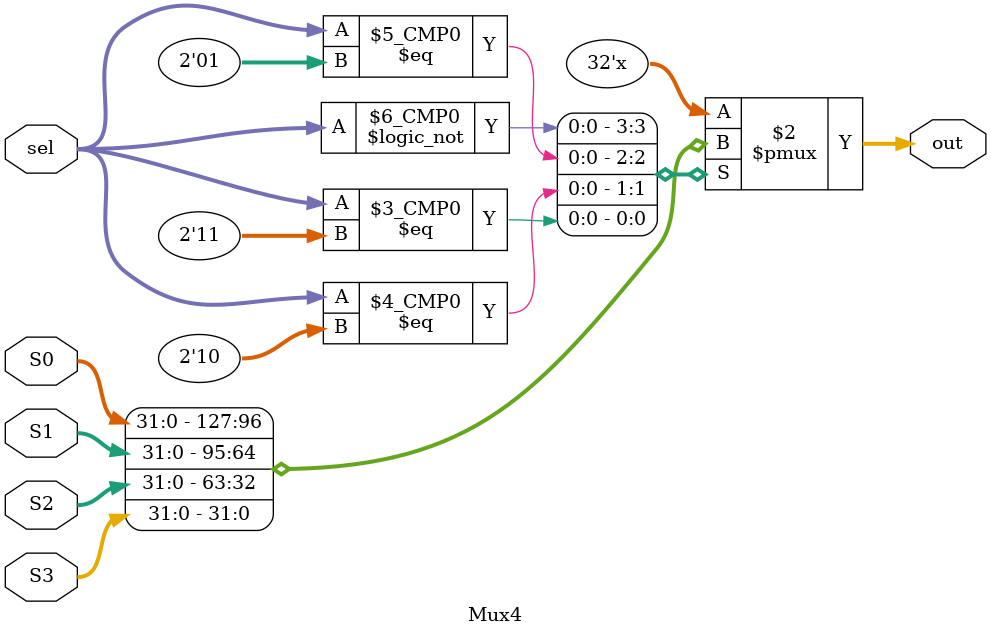
<source format=v>
`timescale 1ns / 1ps
module Mux4
	#(parameter DATA_SIZE=32)
	(
	input [1:0]sel,
	input [DATA_SIZE-1:0]S0,
	input [DATA_SIZE-1:0]S1,
	input [DATA_SIZE-1:0]S2,
	input [DATA_SIZE-1:0]S3,
	output reg[DATA_SIZE-1:0]out
    );
	always@(*)
	case(sel)
	2'b00:out=S0;
	2'b01:out=S1;
	2'b10:out=S2;
	2'b11:out=S3;
	default:out=0;
	endcase
endmodule

</source>
